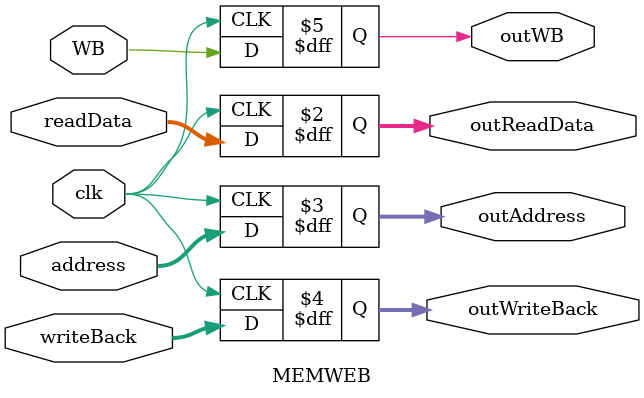
<source format=v>
module MEMWEB (clk, readData, address, WB, writeBack, outReadData, outWB, outAddress, outWriteBack);   

    input  clk;
    input wire [31:0] readData, address;
    input wire [31:0] writeBack;
    input wire WB;
    output reg [31:0] outReadData, outAddress, outWriteBack;
    output reg outWB;

    always @(posedge clk)
    begin
    outReadData <= readData;
    outWB <= WB;
    outAddress <= address;
    outWriteBack <= writeBack;
    end 
    
endmodule

</source>
